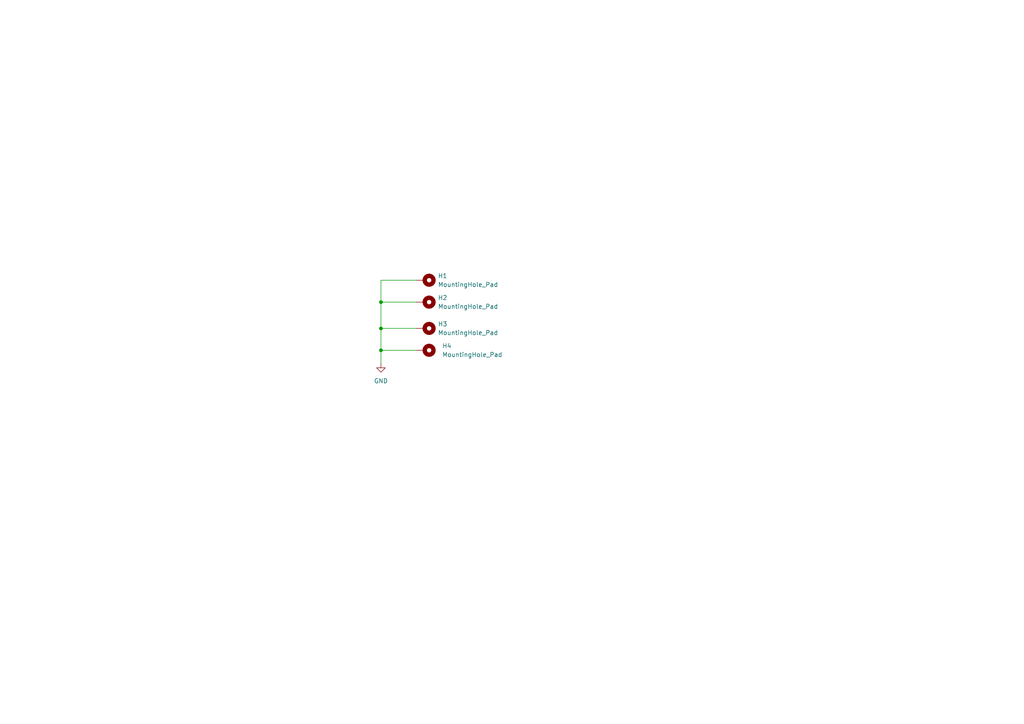
<source format=kicad_sch>
(kicad_sch (version 20211123) (generator eeschema)
  (paper "A4")
  (lib_symbols
    (symbol "Mechanical:MountingHole_Pad" (pin_numbers hide) (pin_names (offset 1.016) hide)
      (property "Reference" "H" (at 0 6.35 0))
      (property "Value" "MountingHole_Pad" (at 0 4.445 0))
      (symbol "MountingHole_Pad_0_1"
        (circle (center 0 1.27) (radius 1.27) (stroke (width 1.27)))
      )
      (symbol "MountingHole_Pad_1_1"
        (pin input line (at 0 -2.54 90) (length 2.54) (name "1") (number "1"))
      )
    )
    (symbol "power:GND" (power) (pin_names (offset 0))
      (property "Value" "GND" (at 0 -3.81 0))
      (symbol "GND_0_1"
        (polyline (pts (xy 0 0) (xy 0 -1.27) (xy 1.27 -1.27) (xy 0 -2.54) (xy -1.27 -1.27) (xy 0 -1.27)))
      )
      (symbol "GND_1_1"
        (pin power_in line (at 0 0 270) (length 0) hide (name "GND") (number "1"))
      )
    )
  )
  (junction (at 110.49 101.6))
  (junction (at 110.49 95.25))
  (junction (at 110.49 87.63))
  (wire (pts (xy 110.49 81.28) (xy 120.65 81.28)))
  (wire (pts (xy 110.49 101.6) (xy 120.65 101.6)))
  (wire (pts (xy 110.49 95.25) (xy 120.65 95.25)))
  (wire (pts (xy 110.49 87.63) (xy 110.49 81.28)))
  (wire (pts (xy 110.49 105.41) (xy 110.49 101.6)))
  (wire (pts (xy 110.49 87.63) (xy 120.65 87.63)))
  (wire (pts (xy 110.49 101.6) (xy 110.49 95.25)))
  (wire (pts (xy 110.49 95.25) (xy 110.49 87.63)))
  (symbol (lib_id "power:GND") (at 110.49 105.41 0) (unit 1)
    (property "Reference" "#PWR025" (effects hide))
    (property "Value" "GND" (at 110.49 110.49 0))
  )
  (symbol (lib_id "Mechanical:MountingHole_Pad") (at 123.19 81.28 270) (unit 1)
    (property "Reference" "H1" (at 127 80.0099 90) (effects (justify left)))
    (property "Value" "MountingHole_Pad" (at 127 82.5499 90) (effects (justify left)))
    (property "Footprint" "MountingHole:MountingHole_3.2mm_M3_Pad" (effects hide))
  )
  (symbol (lib_id "Mechanical:MountingHole_Pad") (at 123.19 101.6 270) (unit 1)
    (property "Reference" "H4" (at 128.2333 100.3299 90) (effects (justify left)))
    (property "Value" "MountingHole_Pad" (at 128.2333 102.8699 90) (effects (justify left)))
    (property "Footprint" "MountingHole:MountingHole_3.2mm_M3_Pad" (effects hide))
  )
  (symbol (lib_id "Mechanical:MountingHole_Pad") (at 123.19 87.63 270) (unit 1)
    (property "Reference" "H2" (at 127 86.3599 90) (effects (justify left)))
    (property "Value" "MountingHole_Pad" (at 127 88.8999 90) (effects (justify left)))
    (property "Footprint" "MountingHole:MountingHole_3.2mm_M3_Pad" (effects hide))
  )
  (symbol (lib_id "Mechanical:MountingHole_Pad") (at 123.19 95.25 270) (unit 1)
    (property "Reference" "H3" (at 127 93.9799 90) (effects (justify left)))
    (property "Value" "MountingHole_Pad" (at 127 96.5199 90) (effects (justify left)))
    (property "Footprint" "MountingHole:MountingHole_3.2mm_M3_Pad" (effects hide))
  )
)
</source>
